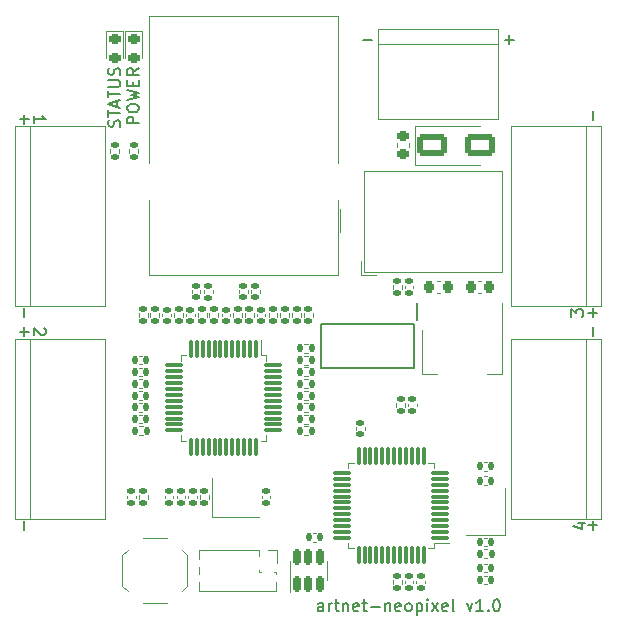
<source format=gbr>
%TF.GenerationSoftware,KiCad,Pcbnew,7.0.6*%
%TF.CreationDate,2024-06-28T04:54:33+09:00*%
%TF.ProjectId,artnet-neopixel,6172746e-6574-42d6-9e65-6f706978656c,rev?*%
%TF.SameCoordinates,Original*%
%TF.FileFunction,Legend,Top*%
%TF.FilePolarity,Positive*%
%FSLAX46Y46*%
G04 Gerber Fmt 4.6, Leading zero omitted, Abs format (unit mm)*
G04 Created by KiCad (PCBNEW 7.0.6) date 2024-06-28 04:54:33*
%MOMM*%
%LPD*%
G01*
G04 APERTURE LIST*
G04 Aperture macros list*
%AMRoundRect*
0 Rectangle with rounded corners*
0 $1 Rounding radius*
0 $2 $3 $4 $5 $6 $7 $8 $9 X,Y pos of 4 corners*
0 Add a 4 corners polygon primitive as box body*
4,1,4,$2,$3,$4,$5,$6,$7,$8,$9,$2,$3,0*
0 Add four circle primitives for the rounded corners*
1,1,$1+$1,$2,$3*
1,1,$1+$1,$4,$5*
1,1,$1+$1,$6,$7*
1,1,$1+$1,$8,$9*
0 Add four rect primitives between the rounded corners*
20,1,$1+$1,$2,$3,$4,$5,0*
20,1,$1+$1,$4,$5,$6,$7,0*
20,1,$1+$1,$6,$7,$8,$9,0*
20,1,$1+$1,$8,$9,$2,$3,0*%
G04 Aperture macros list end*
%ADD10C,0.150000*%
%ADD11C,0.200000*%
%ADD12C,0.120000*%
%ADD13R,0.450000X1.475000*%
%ADD14RoundRect,0.135000X-0.135000X-0.185000X0.135000X-0.185000X0.135000X0.185000X-0.135000X0.185000X0*%
%ADD15RoundRect,0.140000X-0.140000X-0.170000X0.140000X-0.170000X0.140000X0.170000X-0.140000X0.170000X0*%
%ADD16C,3.250000*%
%ADD17C,1.890000*%
%ADD18R,1.900000X1.900000*%
%ADD19C,1.900000*%
%ADD20C,2.600000*%
%ADD21R,3.000000X3.000000*%
%ADD22C,3.000000*%
%ADD23RoundRect,0.140000X-0.170000X0.140000X-0.170000X-0.140000X0.170000X-0.140000X0.170000X0.140000X0*%
%ADD24R,1.500000X2.000000*%
%ADD25R,3.800000X2.000000*%
%ADD26RoundRect,0.225000X0.250000X-0.225000X0.250000X0.225000X-0.250000X0.225000X-0.250000X-0.225000X0*%
%ADD27RoundRect,0.135000X0.185000X-0.135000X0.185000X0.135000X-0.185000X0.135000X-0.185000X-0.135000X0*%
%ADD28RoundRect,0.135000X0.135000X0.185000X-0.135000X0.185000X-0.135000X-0.185000X0.135000X-0.185000X0*%
%ADD29RoundRect,0.140000X0.170000X-0.140000X0.170000X0.140000X-0.170000X0.140000X-0.170000X-0.140000X0*%
%ADD30R,1.500000X2.300000*%
%ADD31O,1.500000X2.300000*%
%ADD32C,6.400000*%
%ADD33RoundRect,0.218750X-0.256250X0.218750X-0.256250X-0.218750X0.256250X-0.218750X0.256250X0.218750X0*%
%ADD34RoundRect,0.140000X0.140000X0.170000X-0.140000X0.170000X-0.140000X-0.170000X0.140000X-0.170000X0*%
%ADD35RoundRect,0.135000X-0.185000X0.135000X-0.185000X-0.135000X0.185000X-0.135000X0.185000X0.135000X0*%
%ADD36R,1.000000X1.000000*%
%ADD37O,1.000000X1.000000*%
%ADD38R,1.200000X1.400000*%
%ADD39RoundRect,0.225000X-0.225000X-0.250000X0.225000X-0.250000X0.225000X0.250000X-0.225000X0.250000X0*%
%ADD40R,0.750000X1.000000*%
%ADD41RoundRect,0.150000X0.150000X-0.512500X0.150000X0.512500X-0.150000X0.512500X-0.150000X-0.512500X0*%
%ADD42R,1.400000X1.200000*%
%ADD43RoundRect,0.225000X0.225000X0.250000X-0.225000X0.250000X-0.225000X-0.250000X0.225000X-0.250000X0*%
%ADD44RoundRect,0.075000X-0.075000X0.662500X-0.075000X-0.662500X0.075000X-0.662500X0.075000X0.662500X0*%
%ADD45RoundRect,0.075000X-0.662500X0.075000X-0.662500X-0.075000X0.662500X-0.075000X0.662500X0.075000X0*%
%ADD46RoundRect,0.075000X0.662500X0.075000X-0.662500X0.075000X-0.662500X-0.075000X0.662500X-0.075000X0*%
%ADD47RoundRect,0.075000X0.075000X0.662500X-0.075000X0.662500X-0.075000X-0.662500X0.075000X-0.662500X0*%
%ADD48RoundRect,0.250000X-1.000000X-0.650000X1.000000X-0.650000X1.000000X0.650000X-1.000000X0.650000X0*%
G04 APERTURE END LIST*
D10*
X79619048Y-51073866D02*
X80380953Y-51073866D01*
X59007200Y-58441541D02*
X59054819Y-58298684D01*
X59054819Y-58298684D02*
X59054819Y-58060589D01*
X59054819Y-58060589D02*
X59007200Y-57965351D01*
X59007200Y-57965351D02*
X58959580Y-57917732D01*
X58959580Y-57917732D02*
X58864342Y-57870113D01*
X58864342Y-57870113D02*
X58769104Y-57870113D01*
X58769104Y-57870113D02*
X58673866Y-57917732D01*
X58673866Y-57917732D02*
X58626247Y-57965351D01*
X58626247Y-57965351D02*
X58578628Y-58060589D01*
X58578628Y-58060589D02*
X58531009Y-58251065D01*
X58531009Y-58251065D02*
X58483390Y-58346303D01*
X58483390Y-58346303D02*
X58435771Y-58393922D01*
X58435771Y-58393922D02*
X58340533Y-58441541D01*
X58340533Y-58441541D02*
X58245295Y-58441541D01*
X58245295Y-58441541D02*
X58150057Y-58393922D01*
X58150057Y-58393922D02*
X58102438Y-58346303D01*
X58102438Y-58346303D02*
X58054819Y-58251065D01*
X58054819Y-58251065D02*
X58054819Y-58012970D01*
X58054819Y-58012970D02*
X58102438Y-57870113D01*
X58054819Y-57584398D02*
X58054819Y-57012970D01*
X59054819Y-57298684D02*
X58054819Y-57298684D01*
X58769104Y-56727255D02*
X58769104Y-56251065D01*
X59054819Y-56822493D02*
X58054819Y-56489160D01*
X58054819Y-56489160D02*
X59054819Y-56155827D01*
X58054819Y-55965350D02*
X58054819Y-55393922D01*
X59054819Y-55679636D02*
X58054819Y-55679636D01*
X58054819Y-55060588D02*
X58864342Y-55060588D01*
X58864342Y-55060588D02*
X58959580Y-55012969D01*
X58959580Y-55012969D02*
X59007200Y-54965350D01*
X59007200Y-54965350D02*
X59054819Y-54870112D01*
X59054819Y-54870112D02*
X59054819Y-54679636D01*
X59054819Y-54679636D02*
X59007200Y-54584398D01*
X59007200Y-54584398D02*
X58959580Y-54536779D01*
X58959580Y-54536779D02*
X58864342Y-54489160D01*
X58864342Y-54489160D02*
X58054819Y-54489160D01*
X59007200Y-54060588D02*
X59054819Y-53917731D01*
X59054819Y-53917731D02*
X59054819Y-53679636D01*
X59054819Y-53679636D02*
X59007200Y-53584398D01*
X59007200Y-53584398D02*
X58959580Y-53536779D01*
X58959580Y-53536779D02*
X58864342Y-53489160D01*
X58864342Y-53489160D02*
X58769104Y-53489160D01*
X58769104Y-53489160D02*
X58673866Y-53536779D01*
X58673866Y-53536779D02*
X58626247Y-53584398D01*
X58626247Y-53584398D02*
X58578628Y-53679636D01*
X58578628Y-53679636D02*
X58531009Y-53870112D01*
X58531009Y-53870112D02*
X58483390Y-53965350D01*
X58483390Y-53965350D02*
X58435771Y-54012969D01*
X58435771Y-54012969D02*
X58340533Y-54060588D01*
X58340533Y-54060588D02*
X58245295Y-54060588D01*
X58245295Y-54060588D02*
X58150057Y-54012969D01*
X58150057Y-54012969D02*
X58102438Y-53965350D01*
X58102438Y-53965350D02*
X58054819Y-53870112D01*
X58054819Y-53870112D02*
X58054819Y-53632017D01*
X58054819Y-53632017D02*
X58102438Y-53489160D01*
X50926133Y-57419048D02*
X50926133Y-58180953D01*
X50545180Y-57800000D02*
X51307085Y-57800000D01*
X51745180Y-58085714D02*
X51745180Y-57514286D01*
X51745180Y-57800000D02*
X52745180Y-57800000D01*
X52745180Y-57800000D02*
X52602323Y-57704762D01*
X52602323Y-57704762D02*
X52507085Y-57609524D01*
X52507085Y-57609524D02*
X52459466Y-57514286D01*
X91619048Y-51073866D02*
X92380953Y-51073866D01*
X92000000Y-51454819D02*
X92000000Y-50692914D01*
X50926133Y-91819048D02*
X50926133Y-92580953D01*
X52649942Y-75514286D02*
X52697561Y-75561905D01*
X52697561Y-75561905D02*
X52745180Y-75657143D01*
X52745180Y-75657143D02*
X52745180Y-75895238D01*
X52745180Y-75895238D02*
X52697561Y-75990476D01*
X52697561Y-75990476D02*
X52649942Y-76038095D01*
X52649942Y-76038095D02*
X52554704Y-76085714D01*
X52554704Y-76085714D02*
X52459466Y-76085714D01*
X52459466Y-76085714D02*
X52316609Y-76038095D01*
X52316609Y-76038095D02*
X51745180Y-75466667D01*
X51745180Y-75466667D02*
X51745180Y-76085714D01*
X99073866Y-57880951D02*
X99073866Y-57119047D01*
X60654819Y-58155826D02*
X59654819Y-58155826D01*
X59654819Y-58155826D02*
X59654819Y-57774874D01*
X59654819Y-57774874D02*
X59702438Y-57679636D01*
X59702438Y-57679636D02*
X59750057Y-57632017D01*
X59750057Y-57632017D02*
X59845295Y-57584398D01*
X59845295Y-57584398D02*
X59988152Y-57584398D01*
X59988152Y-57584398D02*
X60083390Y-57632017D01*
X60083390Y-57632017D02*
X60131009Y-57679636D01*
X60131009Y-57679636D02*
X60178628Y-57774874D01*
X60178628Y-57774874D02*
X60178628Y-58155826D01*
X59654819Y-56965350D02*
X59654819Y-56774874D01*
X59654819Y-56774874D02*
X59702438Y-56679636D01*
X59702438Y-56679636D02*
X59797676Y-56584398D01*
X59797676Y-56584398D02*
X59988152Y-56536779D01*
X59988152Y-56536779D02*
X60321485Y-56536779D01*
X60321485Y-56536779D02*
X60511961Y-56584398D01*
X60511961Y-56584398D02*
X60607200Y-56679636D01*
X60607200Y-56679636D02*
X60654819Y-56774874D01*
X60654819Y-56774874D02*
X60654819Y-56965350D01*
X60654819Y-56965350D02*
X60607200Y-57060588D01*
X60607200Y-57060588D02*
X60511961Y-57155826D01*
X60511961Y-57155826D02*
X60321485Y-57203445D01*
X60321485Y-57203445D02*
X59988152Y-57203445D01*
X59988152Y-57203445D02*
X59797676Y-57155826D01*
X59797676Y-57155826D02*
X59702438Y-57060588D01*
X59702438Y-57060588D02*
X59654819Y-56965350D01*
X59654819Y-56203445D02*
X60654819Y-55965350D01*
X60654819Y-55965350D02*
X59940533Y-55774874D01*
X59940533Y-55774874D02*
X60654819Y-55584398D01*
X60654819Y-55584398D02*
X59654819Y-55346303D01*
X60131009Y-54965350D02*
X60131009Y-54632017D01*
X60654819Y-54489160D02*
X60654819Y-54965350D01*
X60654819Y-54965350D02*
X59654819Y-54965350D01*
X59654819Y-54965350D02*
X59654819Y-54489160D01*
X60654819Y-53489160D02*
X60178628Y-53822493D01*
X60654819Y-54060588D02*
X59654819Y-54060588D01*
X59654819Y-54060588D02*
X59654819Y-53679636D01*
X59654819Y-53679636D02*
X59702438Y-53584398D01*
X59702438Y-53584398D02*
X59750057Y-53536779D01*
X59750057Y-53536779D02*
X59845295Y-53489160D01*
X59845295Y-53489160D02*
X59988152Y-53489160D01*
X59988152Y-53489160D02*
X60083390Y-53536779D01*
X60083390Y-53536779D02*
X60131009Y-53584398D01*
X60131009Y-53584398D02*
X60178628Y-53679636D01*
X60178628Y-53679636D02*
X60178628Y-54060588D01*
X99073866Y-92580951D02*
X99073866Y-91819047D01*
X99454819Y-92199999D02*
X98692914Y-92199999D01*
X99073866Y-76180951D02*
X99073866Y-75419047D01*
X76258456Y-99454819D02*
X76258456Y-98931009D01*
X76258456Y-98931009D02*
X76210837Y-98835771D01*
X76210837Y-98835771D02*
X76115599Y-98788152D01*
X76115599Y-98788152D02*
X75925123Y-98788152D01*
X75925123Y-98788152D02*
X75829885Y-98835771D01*
X76258456Y-99407200D02*
X76163218Y-99454819D01*
X76163218Y-99454819D02*
X75925123Y-99454819D01*
X75925123Y-99454819D02*
X75829885Y-99407200D01*
X75829885Y-99407200D02*
X75782266Y-99311961D01*
X75782266Y-99311961D02*
X75782266Y-99216723D01*
X75782266Y-99216723D02*
X75829885Y-99121485D01*
X75829885Y-99121485D02*
X75925123Y-99073866D01*
X75925123Y-99073866D02*
X76163218Y-99073866D01*
X76163218Y-99073866D02*
X76258456Y-99026247D01*
X76734647Y-99454819D02*
X76734647Y-98788152D01*
X76734647Y-98978628D02*
X76782266Y-98883390D01*
X76782266Y-98883390D02*
X76829885Y-98835771D01*
X76829885Y-98835771D02*
X76925123Y-98788152D01*
X76925123Y-98788152D02*
X77020361Y-98788152D01*
X77210838Y-98788152D02*
X77591790Y-98788152D01*
X77353695Y-98454819D02*
X77353695Y-99311961D01*
X77353695Y-99311961D02*
X77401314Y-99407200D01*
X77401314Y-99407200D02*
X77496552Y-99454819D01*
X77496552Y-99454819D02*
X77591790Y-99454819D01*
X77925124Y-98788152D02*
X77925124Y-99454819D01*
X77925124Y-98883390D02*
X77972743Y-98835771D01*
X77972743Y-98835771D02*
X78067981Y-98788152D01*
X78067981Y-98788152D02*
X78210838Y-98788152D01*
X78210838Y-98788152D02*
X78306076Y-98835771D01*
X78306076Y-98835771D02*
X78353695Y-98931009D01*
X78353695Y-98931009D02*
X78353695Y-99454819D01*
X79210838Y-99407200D02*
X79115600Y-99454819D01*
X79115600Y-99454819D02*
X78925124Y-99454819D01*
X78925124Y-99454819D02*
X78829886Y-99407200D01*
X78829886Y-99407200D02*
X78782267Y-99311961D01*
X78782267Y-99311961D02*
X78782267Y-98931009D01*
X78782267Y-98931009D02*
X78829886Y-98835771D01*
X78829886Y-98835771D02*
X78925124Y-98788152D01*
X78925124Y-98788152D02*
X79115600Y-98788152D01*
X79115600Y-98788152D02*
X79210838Y-98835771D01*
X79210838Y-98835771D02*
X79258457Y-98931009D01*
X79258457Y-98931009D02*
X79258457Y-99026247D01*
X79258457Y-99026247D02*
X78782267Y-99121485D01*
X79544172Y-98788152D02*
X79925124Y-98788152D01*
X79687029Y-98454819D02*
X79687029Y-99311961D01*
X79687029Y-99311961D02*
X79734648Y-99407200D01*
X79734648Y-99407200D02*
X79829886Y-99454819D01*
X79829886Y-99454819D02*
X79925124Y-99454819D01*
X80258458Y-99073866D02*
X81020363Y-99073866D01*
X81496553Y-98788152D02*
X81496553Y-99454819D01*
X81496553Y-98883390D02*
X81544172Y-98835771D01*
X81544172Y-98835771D02*
X81639410Y-98788152D01*
X81639410Y-98788152D02*
X81782267Y-98788152D01*
X81782267Y-98788152D02*
X81877505Y-98835771D01*
X81877505Y-98835771D02*
X81925124Y-98931009D01*
X81925124Y-98931009D02*
X81925124Y-99454819D01*
X82782267Y-99407200D02*
X82687029Y-99454819D01*
X82687029Y-99454819D02*
X82496553Y-99454819D01*
X82496553Y-99454819D02*
X82401315Y-99407200D01*
X82401315Y-99407200D02*
X82353696Y-99311961D01*
X82353696Y-99311961D02*
X82353696Y-98931009D01*
X82353696Y-98931009D02*
X82401315Y-98835771D01*
X82401315Y-98835771D02*
X82496553Y-98788152D01*
X82496553Y-98788152D02*
X82687029Y-98788152D01*
X82687029Y-98788152D02*
X82782267Y-98835771D01*
X82782267Y-98835771D02*
X82829886Y-98931009D01*
X82829886Y-98931009D02*
X82829886Y-99026247D01*
X82829886Y-99026247D02*
X82353696Y-99121485D01*
X83401315Y-99454819D02*
X83306077Y-99407200D01*
X83306077Y-99407200D02*
X83258458Y-99359580D01*
X83258458Y-99359580D02*
X83210839Y-99264342D01*
X83210839Y-99264342D02*
X83210839Y-98978628D01*
X83210839Y-98978628D02*
X83258458Y-98883390D01*
X83258458Y-98883390D02*
X83306077Y-98835771D01*
X83306077Y-98835771D02*
X83401315Y-98788152D01*
X83401315Y-98788152D02*
X83544172Y-98788152D01*
X83544172Y-98788152D02*
X83639410Y-98835771D01*
X83639410Y-98835771D02*
X83687029Y-98883390D01*
X83687029Y-98883390D02*
X83734648Y-98978628D01*
X83734648Y-98978628D02*
X83734648Y-99264342D01*
X83734648Y-99264342D02*
X83687029Y-99359580D01*
X83687029Y-99359580D02*
X83639410Y-99407200D01*
X83639410Y-99407200D02*
X83544172Y-99454819D01*
X83544172Y-99454819D02*
X83401315Y-99454819D01*
X84163220Y-98788152D02*
X84163220Y-99788152D01*
X84163220Y-98835771D02*
X84258458Y-98788152D01*
X84258458Y-98788152D02*
X84448934Y-98788152D01*
X84448934Y-98788152D02*
X84544172Y-98835771D01*
X84544172Y-98835771D02*
X84591791Y-98883390D01*
X84591791Y-98883390D02*
X84639410Y-98978628D01*
X84639410Y-98978628D02*
X84639410Y-99264342D01*
X84639410Y-99264342D02*
X84591791Y-99359580D01*
X84591791Y-99359580D02*
X84544172Y-99407200D01*
X84544172Y-99407200D02*
X84448934Y-99454819D01*
X84448934Y-99454819D02*
X84258458Y-99454819D01*
X84258458Y-99454819D02*
X84163220Y-99407200D01*
X85067982Y-99454819D02*
X85067982Y-98788152D01*
X85067982Y-98454819D02*
X85020363Y-98502438D01*
X85020363Y-98502438D02*
X85067982Y-98550057D01*
X85067982Y-98550057D02*
X85115601Y-98502438D01*
X85115601Y-98502438D02*
X85067982Y-98454819D01*
X85067982Y-98454819D02*
X85067982Y-98550057D01*
X85448934Y-99454819D02*
X85972743Y-98788152D01*
X85448934Y-98788152D02*
X85972743Y-99454819D01*
X86734648Y-99407200D02*
X86639410Y-99454819D01*
X86639410Y-99454819D02*
X86448934Y-99454819D01*
X86448934Y-99454819D02*
X86353696Y-99407200D01*
X86353696Y-99407200D02*
X86306077Y-99311961D01*
X86306077Y-99311961D02*
X86306077Y-98931009D01*
X86306077Y-98931009D02*
X86353696Y-98835771D01*
X86353696Y-98835771D02*
X86448934Y-98788152D01*
X86448934Y-98788152D02*
X86639410Y-98788152D01*
X86639410Y-98788152D02*
X86734648Y-98835771D01*
X86734648Y-98835771D02*
X86782267Y-98931009D01*
X86782267Y-98931009D02*
X86782267Y-99026247D01*
X86782267Y-99026247D02*
X86306077Y-99121485D01*
X87353696Y-99454819D02*
X87258458Y-99407200D01*
X87258458Y-99407200D02*
X87210839Y-99311961D01*
X87210839Y-99311961D02*
X87210839Y-98454819D01*
X88401316Y-98788152D02*
X88639411Y-99454819D01*
X88639411Y-99454819D02*
X88877506Y-98788152D01*
X89782268Y-99454819D02*
X89210840Y-99454819D01*
X89496554Y-99454819D02*
X89496554Y-98454819D01*
X89496554Y-98454819D02*
X89401316Y-98597676D01*
X89401316Y-98597676D02*
X89306078Y-98692914D01*
X89306078Y-98692914D02*
X89210840Y-98740533D01*
X90210840Y-99359580D02*
X90258459Y-99407200D01*
X90258459Y-99407200D02*
X90210840Y-99454819D01*
X90210840Y-99454819D02*
X90163221Y-99407200D01*
X90163221Y-99407200D02*
X90210840Y-99359580D01*
X90210840Y-99359580D02*
X90210840Y-99454819D01*
X90877506Y-98454819D02*
X90972744Y-98454819D01*
X90972744Y-98454819D02*
X91067982Y-98502438D01*
X91067982Y-98502438D02*
X91115601Y-98550057D01*
X91115601Y-98550057D02*
X91163220Y-98645295D01*
X91163220Y-98645295D02*
X91210839Y-98835771D01*
X91210839Y-98835771D02*
X91210839Y-99073866D01*
X91210839Y-99073866D02*
X91163220Y-99264342D01*
X91163220Y-99264342D02*
X91115601Y-99359580D01*
X91115601Y-99359580D02*
X91067982Y-99407200D01*
X91067982Y-99407200D02*
X90972744Y-99454819D01*
X90972744Y-99454819D02*
X90877506Y-99454819D01*
X90877506Y-99454819D02*
X90782268Y-99407200D01*
X90782268Y-99407200D02*
X90734649Y-99359580D01*
X90734649Y-99359580D02*
X90687030Y-99264342D01*
X90687030Y-99264342D02*
X90639411Y-99073866D01*
X90639411Y-99073866D02*
X90639411Y-98835771D01*
X90639411Y-98835771D02*
X90687030Y-98645295D01*
X90687030Y-98645295D02*
X90734649Y-98550057D01*
X90734649Y-98550057D02*
X90782268Y-98502438D01*
X90782268Y-98502438D02*
X90877506Y-98454819D01*
X99073866Y-74580951D02*
X99073866Y-73819047D01*
X99454819Y-74199999D02*
X98692914Y-74199999D01*
X97788152Y-92009523D02*
X98454819Y-92009523D01*
X97407200Y-92247618D02*
X98121485Y-92485713D01*
X98121485Y-92485713D02*
X98121485Y-91866666D01*
X50926133Y-73819048D02*
X50926133Y-74580953D01*
X97254819Y-74533332D02*
X97254819Y-73914285D01*
X97254819Y-73914285D02*
X97635771Y-74247618D01*
X97635771Y-74247618D02*
X97635771Y-74104761D01*
X97635771Y-74104761D02*
X97683390Y-74009523D01*
X97683390Y-74009523D02*
X97731009Y-73961904D01*
X97731009Y-73961904D02*
X97826247Y-73914285D01*
X97826247Y-73914285D02*
X98064342Y-73914285D01*
X98064342Y-73914285D02*
X98159580Y-73961904D01*
X98159580Y-73961904D02*
X98207200Y-74009523D01*
X98207200Y-74009523D02*
X98254819Y-74104761D01*
X98254819Y-74104761D02*
X98254819Y-74390475D01*
X98254819Y-74390475D02*
X98207200Y-74485713D01*
X98207200Y-74485713D02*
X98159580Y-74533332D01*
X50926133Y-75419048D02*
X50926133Y-76180953D01*
X50545180Y-75800000D02*
X51307085Y-75800000D01*
D11*
%TO.C,IC1*%
X83900000Y-75150000D02*
X83900000Y-78850000D01*
X83900000Y-78850000D02*
X76100000Y-78850000D01*
X76100000Y-78850000D02*
X76100000Y-75150000D01*
X76100000Y-75150000D02*
X83900000Y-75150000D01*
X84150000Y-73325000D02*
X84150000Y-74800000D01*
D12*
%TO.C,R28*%
X60646359Y-83820000D02*
X60953641Y-83820000D01*
X60646359Y-84580000D02*
X60953641Y-84580000D01*
%TO.C,C8*%
X89892164Y-96440000D02*
X90107836Y-96440000D01*
X89892164Y-97160000D02*
X90107836Y-97160000D01*
%TO.C,J7*%
X77675000Y-67370000D02*
X77675000Y-65370000D01*
X77475000Y-70960000D02*
X61525000Y-70960000D01*
X77475000Y-64680000D02*
X77475000Y-70960000D01*
X77475000Y-49040000D02*
X77475000Y-61480000D01*
X61525000Y-70960000D02*
X61525000Y-64680000D01*
X61525000Y-61480000D02*
X61525000Y-49040000D01*
X61525000Y-49040000D02*
X77475000Y-49040000D01*
%TO.C,J1*%
X91080000Y-57810000D02*
X91080000Y-50190000D01*
X91080000Y-50190000D02*
X80920000Y-50190000D01*
X80920000Y-57810000D02*
X91080000Y-57810000D01*
X80920000Y-51460000D02*
X91080000Y-51460000D01*
X80920000Y-50190000D02*
X80920000Y-57810000D01*
%TO.C,C20*%
X68360000Y-74292164D02*
X68360000Y-74507836D01*
X67640000Y-74292164D02*
X67640000Y-74507836D01*
%TO.C,C6*%
X83860000Y-96892164D02*
X83860000Y-97107836D01*
X83140000Y-96892164D02*
X83140000Y-97107836D01*
%TO.C,C13*%
X89892164Y-88040000D02*
X90107836Y-88040000D01*
X89892164Y-88760000D02*
X90107836Y-88760000D01*
%TO.C,C28*%
X64560000Y-89692164D02*
X64560000Y-89907836D01*
X63840000Y-89692164D02*
X63840000Y-89907836D01*
%TO.C,U2*%
X91410000Y-73400000D02*
X91410000Y-79410000D01*
X84590000Y-75650000D02*
X84590000Y-79410000D01*
X91410000Y-79410000D02*
X90150000Y-79410000D01*
X84590000Y-79410000D02*
X85850000Y-79410000D01*
%TO.C,J4*%
X92190000Y-91620000D02*
X92190000Y-76380000D01*
X98540000Y-91620000D02*
X98540000Y-76380000D01*
X99810000Y-91620000D02*
X92190000Y-91620000D01*
X99810000Y-91620000D02*
X99810000Y-76380000D01*
X99810000Y-76380000D02*
X92190000Y-76380000D01*
%TO.C,C7*%
X84860000Y-96892164D02*
X84860000Y-97107836D01*
X84140000Y-96892164D02*
X84140000Y-97107836D01*
%TO.C,C30*%
X63560000Y-89692164D02*
X63560000Y-89907836D01*
X62840000Y-89692164D02*
X62840000Y-89907836D01*
%TO.C,C1*%
X82490000Y-60140580D02*
X82490000Y-59859420D01*
X83510000Y-60140580D02*
X83510000Y-59859420D01*
%TO.C,R3*%
X60620000Y-89953641D02*
X60620000Y-89646359D01*
X61380000Y-89953641D02*
X61380000Y-89646359D01*
%TO.C,J3*%
X92190000Y-73620000D02*
X92190000Y-58380000D01*
X98540000Y-73620000D02*
X98540000Y-58380000D01*
X99810000Y-73620000D02*
X92190000Y-73620000D01*
X99810000Y-73620000D02*
X99810000Y-58380000D01*
X99810000Y-58380000D02*
X92190000Y-58380000D01*
%TO.C,R26*%
X74953641Y-81580000D02*
X74646359Y-81580000D01*
X74953641Y-80820000D02*
X74646359Y-80820000D01*
%TO.C,C17*%
X65860000Y-72292164D02*
X65860000Y-72507836D01*
X65140000Y-72292164D02*
X65140000Y-72507836D01*
%TO.C,R10*%
X66120000Y-72553641D02*
X66120000Y-72246359D01*
X66880000Y-72553641D02*
X66880000Y-72246359D01*
%TO.C,R1*%
X59820000Y-60663641D02*
X59820000Y-60356359D01*
X60580000Y-60663641D02*
X60580000Y-60356359D01*
%TO.C,R8*%
X74620000Y-74553641D02*
X74620000Y-74246359D01*
X75380000Y-74553641D02*
X75380000Y-74246359D01*
%TO.C,C24*%
X62640000Y-74507836D02*
X62640000Y-74292164D01*
X63360000Y-74507836D02*
X63360000Y-74292164D01*
%TO.C,R5*%
X90153641Y-94980000D02*
X89846359Y-94980000D01*
X90153641Y-94220000D02*
X89846359Y-94220000D01*
%TO.C,U1*%
X79442000Y-69767500D02*
X79442000Y-71007500D01*
X79442000Y-71007500D02*
X80682000Y-71007500D01*
X79682000Y-62147500D02*
X79682000Y-70767500D01*
X79682000Y-62147500D02*
X91403000Y-62147500D01*
X79682000Y-70767500D02*
X91403000Y-70767500D01*
X91403000Y-62147500D02*
X91403000Y-70767500D01*
%TO.C,D2*%
X60935000Y-50315000D02*
X59465000Y-50315000D01*
X59465000Y-50315000D02*
X59465000Y-52600000D01*
X60935000Y-52600000D02*
X60935000Y-50315000D01*
%TO.C,R14*%
X65620000Y-74553641D02*
X65620000Y-74246359D01*
X66380000Y-74553641D02*
X66380000Y-74246359D01*
%TO.C,R27*%
X74953641Y-80580000D02*
X74646359Y-80580000D01*
X74953641Y-79820000D02*
X74646359Y-79820000D01*
%TO.C,R2*%
X58220000Y-60663641D02*
X58220000Y-60356359D01*
X58980000Y-60663641D02*
X58980000Y-60356359D01*
%TO.C,R21*%
X74953641Y-79580000D02*
X74646359Y-79580000D01*
X74953641Y-78820000D02*
X74646359Y-78820000D01*
%TO.C,C26*%
X60907836Y-80560000D02*
X60692164Y-80560000D01*
X60907836Y-79840000D02*
X60692164Y-79840000D01*
%TO.C,C27*%
X60907836Y-82560000D02*
X60692164Y-82560000D01*
X60907836Y-81840000D02*
X60692164Y-81840000D01*
%TO.C,R13*%
X69620000Y-74553641D02*
X69620000Y-74246359D01*
X70380000Y-74553641D02*
X70380000Y-74246359D01*
%TO.C,R29*%
X64380000Y-74246359D02*
X64380000Y-74553641D01*
X63620000Y-74246359D02*
X63620000Y-74553641D01*
%TO.C,R16*%
X66620000Y-74553641D02*
X66620000Y-74246359D01*
X67380000Y-74553641D02*
X67380000Y-74246359D01*
%TO.C,J2*%
X72310000Y-94245000D02*
X72310000Y-95375000D01*
X71550000Y-94245000D02*
X72310000Y-94245000D01*
X70790000Y-94245000D02*
X65775000Y-94245000D01*
X70790000Y-94245000D02*
X70790000Y-94811529D01*
X65775000Y-94245000D02*
X65775000Y-95067470D01*
X65775000Y-95682530D02*
X65775000Y-96337470D01*
X70790000Y-95938471D02*
X70790000Y-96081529D01*
X72245000Y-96135000D02*
X72245000Y-96337470D01*
X72113471Y-96135000D02*
X72245000Y-96135000D01*
X70843471Y-96135000D02*
X70986529Y-96135000D01*
X72245000Y-96952530D02*
X72245000Y-97775000D01*
X65775000Y-96952530D02*
X65775000Y-97775000D01*
X72245000Y-97775000D02*
X65775000Y-97775000D01*
%TO.C,C4*%
X79040000Y-84107836D02*
X79040000Y-83892164D01*
X79760000Y-84107836D02*
X79760000Y-83892164D01*
%TO.C,C22*%
X70640000Y-74507836D02*
X70640000Y-74292164D01*
X71360000Y-74507836D02*
X71360000Y-74292164D01*
%TO.C,R23*%
X74953641Y-84580000D02*
X74646359Y-84580000D01*
X74953641Y-83820000D02*
X74646359Y-83820000D01*
%TO.C,Y1*%
X88350000Y-93000000D02*
X91650000Y-93000000D01*
X91650000Y-93000000D02*
X91650000Y-89000000D01*
%TO.C,C3*%
X89359420Y-71490000D02*
X89640580Y-71490000D01*
X89359420Y-72510000D02*
X89640580Y-72510000D01*
%TO.C,C12*%
X90107836Y-93960000D02*
X89892164Y-93960000D01*
X90107836Y-93240000D02*
X89892164Y-93240000D01*
%TO.C,SW1*%
X63000000Y-93250000D02*
X61000000Y-93250000D01*
X64300000Y-94250000D02*
X64750000Y-94700000D01*
X59700000Y-94250000D02*
X59250000Y-94700000D01*
X64750000Y-94700000D02*
X64750000Y-97300000D01*
X59250000Y-94700000D02*
X59250000Y-97300000D01*
X64300000Y-97750000D02*
X64750000Y-97300000D01*
X59700000Y-97750000D02*
X59250000Y-97300000D01*
X63000000Y-98750000D02*
X61000000Y-98750000D01*
%TO.C,C21*%
X71760000Y-89692164D02*
X71760000Y-89907836D01*
X71040000Y-89692164D02*
X71040000Y-89907836D01*
%TO.C,R4*%
X82880000Y-71846359D02*
X82880000Y-72153641D01*
X82120000Y-71846359D02*
X82120000Y-72153641D01*
%TO.C,C5*%
X75607836Y-93560000D02*
X75392164Y-93560000D01*
X75607836Y-92840000D02*
X75392164Y-92840000D01*
%TO.C,R6*%
X82880000Y-96846359D02*
X82880000Y-97153641D01*
X82120000Y-96846359D02*
X82120000Y-97153641D01*
%TO.C,C23*%
X64640000Y-74507836D02*
X64640000Y-74292164D01*
X65360000Y-74507836D02*
X65360000Y-74292164D01*
%TO.C,R19*%
X62380000Y-74246359D02*
X62380000Y-74553641D01*
X61620000Y-74246359D02*
X61620000Y-74553641D01*
%TO.C,R20*%
X65820000Y-89953641D02*
X65820000Y-89646359D01*
X66580000Y-89953641D02*
X66580000Y-89646359D01*
%TO.C,U3*%
X73440000Y-96000000D02*
X73440000Y-97800000D01*
X73440000Y-96000000D02*
X73440000Y-95200000D01*
X76560000Y-96000000D02*
X76560000Y-96800000D01*
X76560000Y-96000000D02*
X76560000Y-95200000D01*
%TO.C,Y2*%
X66800000Y-88150000D02*
X66800000Y-91450000D01*
X66800000Y-91450000D02*
X70800000Y-91450000D01*
%TO.C,C9*%
X89892164Y-95440000D02*
X90107836Y-95440000D01*
X89892164Y-96160000D02*
X90107836Y-96160000D01*
%TO.C,C10*%
X89892164Y-86840000D02*
X90107836Y-86840000D01*
X89892164Y-87560000D02*
X90107836Y-87560000D01*
%TO.C,C2*%
X86140580Y-72510000D02*
X85859420Y-72510000D01*
X86140580Y-71490000D02*
X85859420Y-71490000D01*
%TO.C,C18*%
X69860000Y-72292164D02*
X69860000Y-72507836D01*
X69140000Y-72292164D02*
X69140000Y-72507836D01*
%TO.C,C29*%
X60907836Y-78560000D02*
X60692164Y-78560000D01*
X60907836Y-77840000D02*
X60692164Y-77840000D01*
%TO.C,R17*%
X74953641Y-77580000D02*
X74646359Y-77580000D01*
X74953641Y-76820000D02*
X74646359Y-76820000D01*
%TO.C,C11*%
X59640000Y-89907836D02*
X59640000Y-89692164D01*
X60360000Y-89907836D02*
X60360000Y-89692164D01*
%TO.C,C31*%
X60692164Y-82840000D02*
X60907836Y-82840000D01*
X60692164Y-83560000D02*
X60907836Y-83560000D01*
%TO.C,C32*%
X60907836Y-81560000D02*
X60692164Y-81560000D01*
X60907836Y-80840000D02*
X60692164Y-80840000D01*
%TO.C,R15*%
X68620000Y-74553641D02*
X68620000Y-74246359D01*
X69380000Y-74553641D02*
X69380000Y-74246359D01*
%TO.C,R18*%
X74953641Y-78580000D02*
X74646359Y-78580000D01*
X74953641Y-77820000D02*
X74646359Y-77820000D01*
%TO.C,R9*%
X71620000Y-74553641D02*
X71620000Y-74246359D01*
X72380000Y-74553641D02*
X72380000Y-74246359D01*
%TO.C,C14*%
X83140000Y-72107836D02*
X83140000Y-71892164D01*
X83860000Y-72107836D02*
X83860000Y-71892164D01*
%TO.C,U5*%
X71410000Y-77790000D02*
X70960000Y-77790000D01*
X70960000Y-77790000D02*
X70960000Y-76500000D01*
X64190000Y-77790000D02*
X64640000Y-77790000D01*
X71410000Y-78240000D02*
X71410000Y-77790000D01*
X64190000Y-78240000D02*
X64190000Y-77790000D01*
X71410000Y-84560000D02*
X71410000Y-85010000D01*
X64190000Y-84560000D02*
X64190000Y-85010000D01*
X71410000Y-85010000D02*
X70960000Y-85010000D01*
X64190000Y-85010000D02*
X64640000Y-85010000D01*
%TO.C,C15*%
X84160000Y-81892164D02*
X84160000Y-82107836D01*
X83440000Y-81892164D02*
X83440000Y-82107836D01*
%TO.C,C16*%
X70860000Y-72292164D02*
X70860000Y-72507836D01*
X70140000Y-72292164D02*
X70140000Y-72507836D01*
%TO.C,D3*%
X59335000Y-50315000D02*
X57865000Y-50315000D01*
X57865000Y-50315000D02*
X57865000Y-52600000D01*
X59335000Y-52600000D02*
X59335000Y-50315000D01*
%TO.C,J5*%
X57810000Y-76380000D02*
X57810000Y-91620000D01*
X51460000Y-76380000D02*
X51460000Y-91620000D01*
X50190000Y-76380000D02*
X57810000Y-76380000D01*
X50190000Y-76380000D02*
X50190000Y-91620000D01*
X50190000Y-91620000D02*
X57810000Y-91620000D01*
%TO.C,R22*%
X61380000Y-74246359D02*
X61380000Y-74553641D01*
X60620000Y-74246359D02*
X60620000Y-74553641D01*
%TO.C,R12*%
X72620000Y-74553641D02*
X72620000Y-74246359D01*
X73380000Y-74553641D02*
X73380000Y-74246359D01*
%TO.C,C25*%
X60907836Y-79560000D02*
X60692164Y-79560000D01*
X60907836Y-78840000D02*
X60692164Y-78840000D01*
%TO.C,U4*%
X85610000Y-94110000D02*
X85610000Y-93660000D01*
X85610000Y-93660000D02*
X86900000Y-93660000D01*
X85610000Y-86890000D02*
X85610000Y-87340000D01*
X85160000Y-94110000D02*
X85610000Y-94110000D01*
X85160000Y-86890000D02*
X85610000Y-86890000D01*
X78840000Y-94110000D02*
X78390000Y-94110000D01*
X78840000Y-86890000D02*
X78390000Y-86890000D01*
X78390000Y-94110000D02*
X78390000Y-93660000D01*
X78390000Y-86890000D02*
X78390000Y-87340000D01*
%TO.C,D1*%
X83990000Y-58350000D02*
X83990000Y-61650000D01*
X83990000Y-58350000D02*
X89500000Y-58350000D01*
X83990000Y-61650000D02*
X89500000Y-61650000D01*
%TO.C,R11*%
X73620000Y-74553641D02*
X73620000Y-74246359D01*
X74380000Y-74553641D02*
X74380000Y-74246359D01*
%TO.C,C19*%
X64840000Y-89907836D02*
X64840000Y-89692164D01*
X65560000Y-89907836D02*
X65560000Y-89692164D01*
%TO.C,R25*%
X74953641Y-82580000D02*
X74646359Y-82580000D01*
X74953641Y-81820000D02*
X74646359Y-81820000D01*
%TO.C,J6*%
X57810000Y-58380000D02*
X57810000Y-73620000D01*
X51460000Y-58380000D02*
X51460000Y-73620000D01*
X50190000Y-58380000D02*
X57810000Y-58380000D01*
X50190000Y-58380000D02*
X50190000Y-73620000D01*
X50190000Y-73620000D02*
X57810000Y-73620000D01*
%TO.C,R24*%
X74953641Y-83580000D02*
X74646359Y-83580000D01*
X74953641Y-82820000D02*
X74646359Y-82820000D01*
%TO.C,R7*%
X83180000Y-81846359D02*
X83180000Y-82153641D01*
X82420000Y-81846359D02*
X82420000Y-82153641D01*
%TD*%
%LPC*%
D13*
%TO.C,IC1*%
X83575000Y-74062000D03*
X82925000Y-74062000D03*
X82275000Y-74062000D03*
X81625000Y-74062000D03*
X80975000Y-74062000D03*
X80325000Y-74062000D03*
X79675000Y-74062000D03*
X79025000Y-74062000D03*
X78375000Y-74062000D03*
X77725000Y-74062000D03*
X77075000Y-74062000D03*
X76425000Y-74062000D03*
X76425000Y-79938000D03*
X77075000Y-79938000D03*
X77725000Y-79938000D03*
X78375000Y-79938000D03*
X79025000Y-79938000D03*
X79675000Y-79938000D03*
X80325000Y-79938000D03*
X80975000Y-79938000D03*
X81625000Y-79938000D03*
X82275000Y-79938000D03*
X82925000Y-79938000D03*
X83575000Y-79938000D03*
%TD*%
D14*
%TO.C,R28*%
X60290000Y-84200000D03*
X61310000Y-84200000D03*
%TD*%
D15*
%TO.C,C8*%
X89520000Y-96800000D03*
X90480000Y-96800000D03*
%TD*%
D16*
%TO.C,J7*%
X75215000Y-60030000D03*
X63785000Y-60030000D03*
D17*
X63175000Y-56650000D03*
X65715000Y-55130000D03*
X73285000Y-56650000D03*
X75825000Y-55130000D03*
D18*
X73945000Y-66370000D03*
D19*
X72675000Y-68910000D03*
X71405000Y-66370000D03*
X70135000Y-68910000D03*
X68865000Y-66370000D03*
X67595000Y-68910000D03*
X66325000Y-66370000D03*
X65055000Y-68910000D03*
D20*
X77275000Y-63080000D03*
X61725000Y-63080000D03*
%TD*%
D21*
%TO.C,J1*%
X88540000Y-54000000D03*
D22*
X83460000Y-54000000D03*
%TD*%
D23*
%TO.C,C20*%
X68000000Y-73920000D03*
X68000000Y-74880000D03*
%TD*%
%TO.C,C6*%
X83500000Y-96520000D03*
X83500000Y-97480000D03*
%TD*%
D15*
%TO.C,C13*%
X89520000Y-88400000D03*
X90480000Y-88400000D03*
%TD*%
D23*
%TO.C,C28*%
X64200000Y-89320000D03*
X64200000Y-90280000D03*
%TD*%
D24*
%TO.C,U2*%
X90300000Y-74350000D03*
X88000000Y-74350000D03*
D25*
X88000000Y-80650000D03*
D24*
X85700000Y-74350000D03*
%TD*%
D21*
%TO.C,J4*%
X96000000Y-89080000D03*
D22*
X96000000Y-84000000D03*
X96000000Y-78920000D03*
%TD*%
D23*
%TO.C,C7*%
X84500000Y-96520000D03*
X84500000Y-97480000D03*
%TD*%
%TO.C,C30*%
X63200000Y-89320000D03*
X63200000Y-90280000D03*
%TD*%
D26*
%TO.C,C1*%
X83000000Y-60775000D03*
X83000000Y-59225000D03*
%TD*%
D27*
%TO.C,R3*%
X61000000Y-90310000D03*
X61000000Y-89290000D03*
%TD*%
D21*
%TO.C,J3*%
X96000000Y-71080000D03*
D22*
X96000000Y-66000000D03*
X96000000Y-60920000D03*
%TD*%
D28*
%TO.C,R26*%
X75310000Y-81200000D03*
X74290000Y-81200000D03*
%TD*%
D23*
%TO.C,C17*%
X65500000Y-71920000D03*
X65500000Y-72880000D03*
%TD*%
D27*
%TO.C,R10*%
X66500000Y-72910000D03*
X66500000Y-71890000D03*
%TD*%
%TO.C,R1*%
X60200000Y-61020000D03*
X60200000Y-60000000D03*
%TD*%
%TO.C,R8*%
X75000000Y-74910000D03*
X75000000Y-73890000D03*
%TD*%
D29*
%TO.C,C24*%
X63000000Y-74880000D03*
X63000000Y-73920000D03*
%TD*%
D28*
%TO.C,R5*%
X90510000Y-94600000D03*
X89490000Y-94600000D03*
%TD*%
D30*
%TO.C,U1*%
X83053000Y-68707500D03*
D31*
X85593000Y-68707500D03*
X88133000Y-68707500D03*
%TD*%
D32*
%TO.C,H1*%
X54500000Y-54500000D03*
%TD*%
D33*
%TO.C,D2*%
X60200000Y-51012500D03*
X60200000Y-52587500D03*
%TD*%
D27*
%TO.C,R14*%
X66000000Y-74910000D03*
X66000000Y-73890000D03*
%TD*%
D28*
%TO.C,R27*%
X75310000Y-80200000D03*
X74290000Y-80200000D03*
%TD*%
D27*
%TO.C,R2*%
X58600000Y-61020000D03*
X58600000Y-60000000D03*
%TD*%
D28*
%TO.C,R21*%
X75310000Y-79200000D03*
X74290000Y-79200000D03*
%TD*%
D34*
%TO.C,C26*%
X61280000Y-80200000D03*
X60320000Y-80200000D03*
%TD*%
%TO.C,C27*%
X61280000Y-82200000D03*
X60320000Y-82200000D03*
%TD*%
D27*
%TO.C,R13*%
X70000000Y-74910000D03*
X70000000Y-73890000D03*
%TD*%
D35*
%TO.C,R29*%
X64000000Y-73890000D03*
X64000000Y-74910000D03*
%TD*%
D27*
%TO.C,R16*%
X67000000Y-74910000D03*
X67000000Y-73890000D03*
%TD*%
D36*
%TO.C,J2*%
X71550000Y-95375000D03*
D37*
X71550000Y-96645000D03*
X70280000Y-95375000D03*
X70280000Y-96645000D03*
X69010000Y-95375000D03*
X69010000Y-96645000D03*
X67740000Y-95375000D03*
X67740000Y-96645000D03*
X66470000Y-95375000D03*
X66470000Y-96645000D03*
%TD*%
D29*
%TO.C,C4*%
X79400000Y-84480000D03*
X79400000Y-83520000D03*
%TD*%
%TO.C,C22*%
X71000000Y-74880000D03*
X71000000Y-73920000D03*
%TD*%
D28*
%TO.C,R23*%
X75310000Y-84200000D03*
X74290000Y-84200000D03*
%TD*%
D38*
%TO.C,Y1*%
X90850000Y-92100000D03*
X90850000Y-89900000D03*
X89150000Y-89900000D03*
X89150000Y-92100000D03*
%TD*%
D39*
%TO.C,C3*%
X88725000Y-72000000D03*
X90275000Y-72000000D03*
%TD*%
D34*
%TO.C,C12*%
X90480000Y-93600000D03*
X89520000Y-93600000D03*
%TD*%
D40*
%TO.C,SW1*%
X63875000Y-93000000D03*
X63875000Y-99000000D03*
X60125000Y-93000000D03*
X60125000Y-99000000D03*
%TD*%
D23*
%TO.C,C21*%
X71400000Y-89320000D03*
X71400000Y-90280000D03*
%TD*%
D35*
%TO.C,R4*%
X82500000Y-71490000D03*
X82500000Y-72510000D03*
%TD*%
D34*
%TO.C,C5*%
X75980000Y-93200000D03*
X75020000Y-93200000D03*
%TD*%
D35*
%TO.C,R6*%
X82500000Y-96490000D03*
X82500000Y-97510000D03*
%TD*%
D29*
%TO.C,C23*%
X65000000Y-74880000D03*
X65000000Y-73920000D03*
%TD*%
D32*
%TO.C,H4*%
X95500000Y-95500000D03*
%TD*%
D35*
%TO.C,R19*%
X62000000Y-73890000D03*
X62000000Y-74910000D03*
%TD*%
D27*
%TO.C,R20*%
X66200000Y-90310000D03*
X66200000Y-89290000D03*
%TD*%
D41*
%TO.C,U3*%
X74050000Y-97137500D03*
X75000000Y-97137500D03*
X75950000Y-97137500D03*
X75950000Y-94862500D03*
X75000000Y-94862500D03*
X74050000Y-94862500D03*
%TD*%
D42*
%TO.C,Y2*%
X67700000Y-90650000D03*
X69900000Y-90650000D03*
X69900000Y-88950000D03*
X67700000Y-88950000D03*
%TD*%
D15*
%TO.C,C9*%
X89520000Y-95800000D03*
X90480000Y-95800000D03*
%TD*%
%TO.C,C10*%
X89520000Y-87200000D03*
X90480000Y-87200000D03*
%TD*%
D43*
%TO.C,C2*%
X86775000Y-72000000D03*
X85225000Y-72000000D03*
%TD*%
D23*
%TO.C,C18*%
X69500000Y-71920000D03*
X69500000Y-72880000D03*
%TD*%
D34*
%TO.C,C29*%
X61280000Y-78200000D03*
X60320000Y-78200000D03*
%TD*%
D28*
%TO.C,R17*%
X75310000Y-77200000D03*
X74290000Y-77200000D03*
%TD*%
D29*
%TO.C,C11*%
X60000000Y-90280000D03*
X60000000Y-89320000D03*
%TD*%
D32*
%TO.C,H3*%
X54500000Y-95500000D03*
%TD*%
D15*
%TO.C,C31*%
X60320000Y-83200000D03*
X61280000Y-83200000D03*
%TD*%
D34*
%TO.C,C32*%
X61280000Y-81200000D03*
X60320000Y-81200000D03*
%TD*%
D27*
%TO.C,R15*%
X69000000Y-74910000D03*
X69000000Y-73890000D03*
%TD*%
D28*
%TO.C,R18*%
X75310000Y-78200000D03*
X74290000Y-78200000D03*
%TD*%
D27*
%TO.C,R9*%
X72000000Y-74910000D03*
X72000000Y-73890000D03*
%TD*%
D29*
%TO.C,C14*%
X83500000Y-72480000D03*
X83500000Y-71520000D03*
%TD*%
D32*
%TO.C,H2*%
X95500000Y-54500000D03*
%TD*%
D44*
%TO.C,U5*%
X70550000Y-77237500D03*
X70050000Y-77237500D03*
X69550000Y-77237500D03*
X69050000Y-77237500D03*
X68550000Y-77237500D03*
X68050000Y-77237500D03*
X67550000Y-77237500D03*
X67050000Y-77237500D03*
X66550000Y-77237500D03*
X66050000Y-77237500D03*
X65550000Y-77237500D03*
X65050000Y-77237500D03*
D45*
X63637500Y-78650000D03*
X63637500Y-79150000D03*
X63637500Y-79650000D03*
X63637500Y-80150000D03*
X63637500Y-80650000D03*
X63637500Y-81150000D03*
X63637500Y-81650000D03*
X63637500Y-82150000D03*
X63637500Y-82650000D03*
X63637500Y-83150000D03*
X63637500Y-83650000D03*
X63637500Y-84150000D03*
D44*
X65050000Y-85562500D03*
X65550000Y-85562500D03*
X66050000Y-85562500D03*
X66550000Y-85562500D03*
X67050000Y-85562500D03*
X67550000Y-85562500D03*
X68050000Y-85562500D03*
X68550000Y-85562500D03*
X69050000Y-85562500D03*
X69550000Y-85562500D03*
X70050000Y-85562500D03*
X70550000Y-85562500D03*
D45*
X71962500Y-84150000D03*
X71962500Y-83650000D03*
X71962500Y-83150000D03*
X71962500Y-82650000D03*
X71962500Y-82150000D03*
X71962500Y-81650000D03*
X71962500Y-81150000D03*
X71962500Y-80650000D03*
X71962500Y-80150000D03*
X71962500Y-79650000D03*
X71962500Y-79150000D03*
X71962500Y-78650000D03*
%TD*%
D23*
%TO.C,C15*%
X83800000Y-81520000D03*
X83800000Y-82480000D03*
%TD*%
%TO.C,C16*%
X70500000Y-71920000D03*
X70500000Y-72880000D03*
%TD*%
D33*
%TO.C,D3*%
X58600000Y-51012500D03*
X58600000Y-52587500D03*
%TD*%
D21*
%TO.C,J5*%
X54000000Y-78920000D03*
D22*
X54000000Y-84000000D03*
X54000000Y-89080000D03*
%TD*%
D35*
%TO.C,R22*%
X61000000Y-73890000D03*
X61000000Y-74910000D03*
%TD*%
D27*
%TO.C,R12*%
X73000000Y-74910000D03*
X73000000Y-73890000D03*
%TD*%
D34*
%TO.C,C25*%
X61280000Y-79200000D03*
X60320000Y-79200000D03*
%TD*%
D46*
%TO.C,U4*%
X86162500Y-93250000D03*
X86162500Y-92750000D03*
X86162500Y-92250000D03*
X86162500Y-91750000D03*
X86162500Y-91250000D03*
X86162500Y-90750000D03*
X86162500Y-90250000D03*
X86162500Y-89750000D03*
X86162500Y-89250000D03*
X86162500Y-88750000D03*
X86162500Y-88250000D03*
X86162500Y-87750000D03*
D47*
X84750000Y-86337500D03*
X84250000Y-86337500D03*
X83750000Y-86337500D03*
X83250000Y-86337500D03*
X82750000Y-86337500D03*
X82250000Y-86337500D03*
X81750000Y-86337500D03*
X81250000Y-86337500D03*
X80750000Y-86337500D03*
X80250000Y-86337500D03*
X79750000Y-86337500D03*
X79250000Y-86337500D03*
D46*
X77837500Y-87750000D03*
X77837500Y-88250000D03*
X77837500Y-88750000D03*
X77837500Y-89250000D03*
X77837500Y-89750000D03*
X77837500Y-90250000D03*
X77837500Y-90750000D03*
X77837500Y-91250000D03*
X77837500Y-91750000D03*
X77837500Y-92250000D03*
X77837500Y-92750000D03*
X77837500Y-93250000D03*
D47*
X79250000Y-94662500D03*
X79750000Y-94662500D03*
X80250000Y-94662500D03*
X80750000Y-94662500D03*
X81250000Y-94662500D03*
X81750000Y-94662500D03*
X82250000Y-94662500D03*
X82750000Y-94662500D03*
X83250000Y-94662500D03*
X83750000Y-94662500D03*
X84250000Y-94662500D03*
X84750000Y-94662500D03*
%TD*%
D48*
%TO.C,D1*%
X85500000Y-60000000D03*
X89500000Y-60000000D03*
%TD*%
D27*
%TO.C,R11*%
X74000000Y-74910000D03*
X74000000Y-73890000D03*
%TD*%
D29*
%TO.C,C19*%
X65200000Y-90280000D03*
X65200000Y-89320000D03*
%TD*%
D28*
%TO.C,R25*%
X75310000Y-82200000D03*
X74290000Y-82200000D03*
%TD*%
D21*
%TO.C,J6*%
X54000000Y-60920000D03*
D22*
X54000000Y-66000000D03*
X54000000Y-71080000D03*
%TD*%
D28*
%TO.C,R24*%
X75310000Y-83200000D03*
X74290000Y-83200000D03*
%TD*%
D35*
%TO.C,R7*%
X82800000Y-81490000D03*
X82800000Y-82510000D03*
%TD*%
%LPD*%
M02*

</source>
